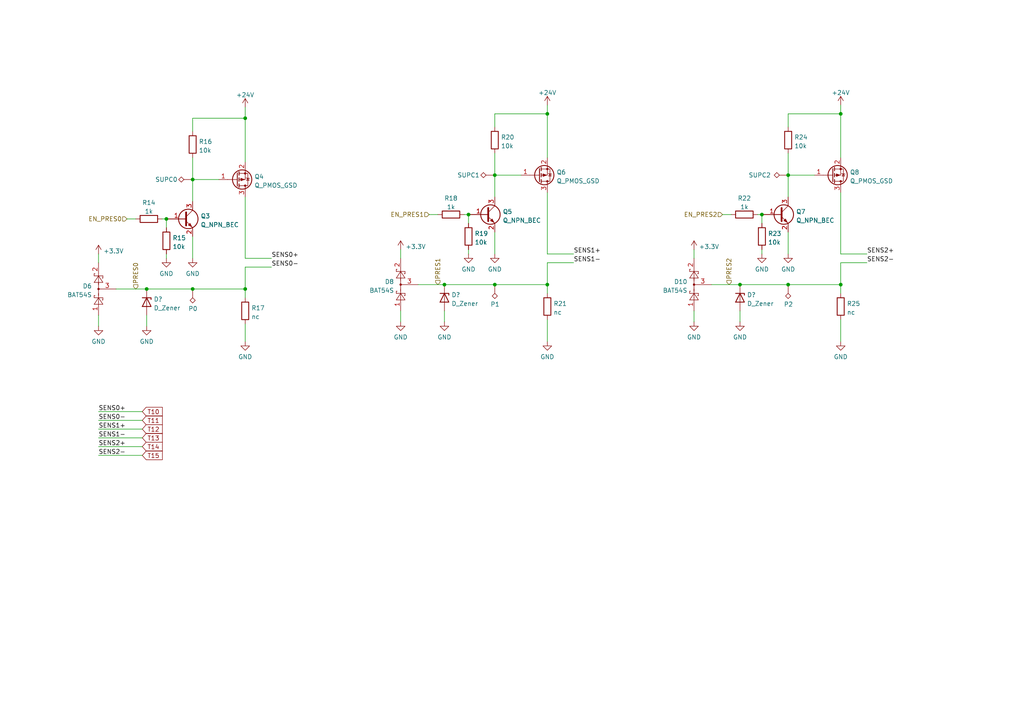
<source format=kicad_sch>
(kicad_sch (version 20211123) (generator eeschema)
  (paper "A4")
  (title_block (title "FloatPUMP Schematics") (date "2022-11-11") (rev "1.0") (company "robtor.de") (comment 1 "Controller board for up to 3 water pumps") (comment 2 "measuring capabilities with piezoresistive pressure sensors") (comment 3 "sensor input Range 4mA-20mA"))
  (lib_symbols
    (symbol "Connector:TestPoint_Alt" (pin_numbers hide) (pin_names (offset 0.762) hide)
      (property "Reference" "TP" (at 0 6.858 0))
      (property "Value" "TestPoint_Alt" (at 0 5.08 0))
      (symbol "TestPoint_Alt_0_1"
        (polyline (pts (xy 0 2.54) (xy -0.762 3.302) (xy 0 4.064) (xy 0.762 3.302) (xy 0 2.54)))
      )
      (symbol "TestPoint_Alt_1_1"
        (pin passive line (at 0 0 90) (length 2.54) (name "1") (number "1"))
      )
    )
    (symbol "Device:D_Zener" (pin_numbers hide) (pin_names (offset 1.016) hide)
      (property "Reference" "D" (at 0 2.54 0))
      (property "Value" "D_Zener" (at 0 -2.54 0))
      (symbol "D_Zener_0_1"
        (polyline (pts (xy 1.27 0) (xy -1.27 0)))
        (polyline (pts (xy -1.27 -1.27) (xy -1.27 1.27) (xy -0.762 1.27)) (stroke (width 0.254)))
        (polyline (pts (xy 1.27 -1.27) (xy 1.27 1.27) (xy -1.27 0) (xy 1.27 -1.27)) (stroke (width 0.254)))
      )
      (symbol "D_Zener_1_1"
        (pin passive line (at -3.81 0 0) (length 2.54) (name "K") (number "1"))
        (pin passive line (at 3.81 0 180) (length 2.54) (name "A") (number "2"))
      )
    )
    (symbol "Device:Q_NPN_BEC" (pin_names (offset 0) hide)
      (property "Reference" "Q" (at 5.08 1.27 0))
      (property "Value" "Q_NPN_BEC" (at 5.08 -1.27 0))
      (symbol "Q_NPN_BEC_0_1"
        (polyline (pts (xy 0.635 0.635) (xy 2.54 2.54)))
        (polyline (pts (xy 0.635 -0.635) (xy 2.54 -2.54) (xy 2.54 -2.54)))
        (polyline (pts (xy 0.635 1.905) (xy 0.635 -1.905) (xy 0.635 -1.905)) (stroke (width 0.508)))
        (polyline (pts (xy 1.27 -1.778) (xy 1.778 -1.27) (xy 2.286 -2.286) (xy 1.27 -1.778) (xy 1.27 -1.778)) (fill (type outline)))
        (circle (center 1.27 0) (radius 2.8194) (stroke (width 0.254)))
      )
      (symbol "Q_NPN_BEC_1_1"
        (pin input line (at -5.08 0 0) (length 5.715) (name "B") (number "1"))
        (pin passive line (at 2.54 -5.08 90) (length 2.54) (name "E") (number "2"))
        (pin passive line (at 2.54 5.08 270) (length 2.54) (name "C") (number "3"))
      )
    )
    (symbol "Device:Q_PMOS_GSD" (pin_names (offset 0) hide)
      (property "Reference" "Q" (at 5.08 1.27 0))
      (property "Value" "Q_PMOS_GSD" (at 5.08 -1.27 0))
      (symbol "Q_PMOS_GSD_0_1"
        (polyline (pts (xy 0.254 0) (xy -2.54 0)))
        (polyline (pts (xy 0.254 1.905) (xy 0.254 -1.905)) (stroke (width 0.254)))
        (polyline (pts (xy 0.762 -1.27) (xy 0.762 -2.286)) (stroke (width 0.254)))
        (polyline (pts (xy 0.762 0.508) (xy 0.762 -0.508)) (stroke (width 0.254)))
        (polyline (pts (xy 0.762 2.286) (xy 0.762 1.27)) (stroke (width 0.254)))
        (polyline (pts (xy 2.54 2.54) (xy 2.54 1.778)))
        (polyline (pts (xy 2.54 -2.54) (xy 2.54 0) (xy 0.762 0)))
        (polyline (pts (xy 0.762 1.778) (xy 3.302 1.778) (xy 3.302 -1.778) (xy 0.762 -1.778)))
        (polyline (pts (xy 2.286 0) (xy 1.27 0.381) (xy 1.27 -0.381) (xy 2.286 0)) (fill (type outline)))
        (polyline (pts (xy 2.794 -0.508) (xy 2.921 -0.381) (xy 3.683 -0.381) (xy 3.81 -0.254)))
        (polyline (pts (xy 3.302 -0.381) (xy 2.921 0.254) (xy 3.683 0.254) (xy 3.302 -0.381)))
        (circle (center 1.651 0) (radius 2.794) (stroke (width 0.254)))
        (circle (center 2.54 -1.778) (radius 0.254) (fill (type outline)))
        (circle (center 2.54 1.778) (radius 0.254) (fill (type outline)))
      )
      (symbol "Q_PMOS_GSD_1_1"
        (pin input line (at -5.08 0 0) (length 2.54) (name "G") (number "1"))
        (pin passive line (at 2.54 -5.08 90) (length 2.54) (name "S") (number "2"))
        (pin passive line (at 2.54 5.08 270) (length 2.54) (name "D") (number "3"))
      )
    )
    (symbol "Device:R" (pin_numbers hide) (pin_names (offset 0))
      (property "Reference" "R" (at 2.032 0 90))
      (property "Value" "R" (at 0 0 90))
      (symbol "R_0_1"
        (rectangle (start -1.016 -2.54) (end 1.016 2.54) (stroke (width 0.254)))
      )
      (symbol "R_1_1"
        (pin passive line (at 0 3.81 270) (length 1.27) (name "~") (number "1"))
        (pin passive line (at 0 -3.81 90) (length 1.27) (name "~") (number "2"))
      )
    )
    (symbol "Diode:BAT54S" (pin_names (offset 1.016))
      (property "Reference" "D" (at 0.635 -3.81 0))
      (property "Value" "BAT54S" (at -6.35 3.175 0))
      (symbol "BAT54S_0_1"
        (polyline (pts (xy -3.81 0) (xy -1.27 0)))
        (polyline (pts (xy -3.175 -1.27) (xy -3.175 -1.016)))
        (polyline (pts (xy -2.54 -1.27) (xy -3.175 -1.27)))
        (polyline (pts (xy -2.54 -1.27) (xy -2.54 1.27)))
        (polyline (pts (xy -2.54 1.27) (xy -1.905 1.27)))
        (polyline (pts (xy -1.905 0) (xy 1.905 0)))
        (polyline (pts (xy -1.905 1.27) (xy -1.905 1.016)))
        (polyline (pts (xy 1.27 0) (xy 3.81 0)))
        (polyline (pts (xy 3.175 -1.27) (xy 3.175 -1.016)))
        (polyline (pts (xy 3.81 -1.27) (xy 3.175 -1.27)))
        (polyline (pts (xy 3.81 -1.27) (xy 3.81 1.27)))
        (polyline (pts (xy 3.81 1.27) (xy 4.445 1.27)))
        (polyline (pts (xy 4.445 1.27) (xy 4.445 1.016)))
        (polyline (pts (xy -4.445 1.27) (xy -4.445 -1.27) (xy -2.54 0) (xy -4.445 1.27)))
        (polyline (pts (xy 1.905 1.27) (xy 1.905 -1.27) (xy 3.81 0) (xy 1.905 1.27)))
        (circle (center 0 0) (radius 0.254) (fill (type outline)))
      )
      (symbol "BAT54S_1_1"
        (pin passive line (at -7.62 0 0) (length 3.81) (name "~") (number "1"))
        (pin passive line (at 7.62 0 180) (length 3.81) (name "~") (number "2"))
        (pin passive line (at 0 -5.08 90) (length 5.08) (name "~") (number "3"))
      )
    )
    (symbol "power:+24V" (power) (pin_names (offset 0))
      (property "Value" "+24V" (at 0 3.556 0))
      (symbol "+24V_0_1"
        (polyline (pts (xy -0.762 1.27) (xy 0 2.54)))
        (polyline (pts (xy 0 0) (xy 0 2.54)))
        (polyline (pts (xy 0 2.54) (xy 0.762 1.27)))
      )
      (symbol "+24V_1_1"
        (pin power_in line (at 0 0 90) (length 0) hide (name "+24V") (number "1"))
      )
    )
    (symbol "power:+3.3V" (power) (pin_names (offset 0))
      (property "Value" "+3.3V" (at 0 3.556 0))
      (symbol "+3.3V_0_1"
        (polyline (pts (xy -0.762 1.27) (xy 0 2.54)))
        (polyline (pts (xy 0 0) (xy 0 2.54)))
        (polyline (pts (xy 0 2.54) (xy 0.762 1.27)))
      )
      (symbol "+3.3V_1_1"
        (pin power_in line (at 0 0 90) (length 0) hide (name "+3.3V") (number "1"))
      )
    )
    (symbol "power:GND" (power) (pin_names (offset 0))
      (property "Value" "GND" (at 0 -3.81 0))
      (symbol "GND_0_1"
        (polyline (pts (xy 0 0) (xy 0 -1.27) (xy 1.27 -1.27) (xy 0 -2.54) (xy -1.27 -1.27) (xy 0 -1.27)))
      )
      (symbol "GND_1_1"
        (pin power_in line (at 0 0 270) (length 0) hide (name "GND") (number "1"))
      )
    )
  )
  (junction (at 143.51 50.8))
  (junction (at 214.63 82.55))
  (junction (at 158.75 33.02))
  (junction (at 243.84 33.02))
  (junction (at 243.84 82.55))
  (junction (at 55.88 52.07))
  (junction (at 42.545 83.82))
  (junction (at 158.75 82.55))
  (junction (at 228.6 82.55))
  (junction (at 228.6 50.8))
  (junction (at 220.98 62.23))
  (junction (at 135.89 62.23))
  (junction (at 55.88 83.82))
  (junction (at 128.905 82.55))
  (junction (at 143.51 82.55))
  (junction (at 71.12 83.82))
  (junction (at 48.26 63.5))
  (junction (at 71.12 34.29))
  (wire (pts (xy 33.655 83.82) (xy 42.545 83.82)))
  (wire (pts (xy 219.71 62.23) (xy 220.98 62.23)))
  (wire (pts (xy 143.51 33.02) (xy 158.75 33.02)))
  (wire (pts (xy 28.575 132.08) (xy 41.275 132.08)))
  (wire (pts (xy 220.98 72.39) (xy 220.98 73.66)))
  (wire (pts (xy 228.6 44.45) (xy 228.6 50.8)))
  (wire (pts (xy 128.905 90.17) (xy 128.905 93.345)))
  (wire (pts (xy 134.62 62.23) (xy 135.89 62.23)))
  (wire (pts (xy 42.545 83.82) (xy 55.88 83.82)))
  (wire (pts (xy 158.75 82.55) (xy 158.75 85.09)))
  (wire (pts (xy 28.575 119.38) (xy 41.275 119.38)))
  (wire (pts (xy 243.84 82.55) (xy 243.84 85.09)))
  (wire (pts (xy 28.575 124.46) (xy 41.275 124.46)))
  (wire (pts (xy 28.575 127) (xy 41.275 127)))
  (wire (pts (xy 55.88 45.72) (xy 55.88 52.07)))
  (wire (pts (xy 166.37 76.2) (xy 158.75 76.2)))
  (wire (pts (xy 28.575 129.54) (xy 41.275 129.54)))
  (wire (pts (xy 228.6 67.31) (xy 228.6 73.66)))
  (wire (pts (xy 158.75 76.2) (xy 158.75 82.55)))
  (wire (pts (xy 243.84 92.71) (xy 243.84 99.06)))
  (wire (pts (xy 71.12 57.15) (xy 71.12 74.93)))
  (wire (pts (xy 124.46 62.23) (xy 127 62.23)))
  (wire (pts (xy 48.26 63.5) (xy 48.26 66.04)))
  (wire (pts (xy 158.75 92.71) (xy 158.75 99.06)))
  (wire (pts (xy 158.75 55.88) (xy 158.75 73.66)))
  (wire (pts (xy 201.295 72.39) (xy 201.295 74.93)))
  (wire (pts (xy 228.6 36.83) (xy 228.6 33.02)))
  (wire (pts (xy 158.75 30.48) (xy 158.75 33.02)))
  (wire (pts (xy 228.6 50.8) (xy 236.22 50.8)))
  (wire (pts (xy 128.905 82.55) (xy 143.51 82.55)))
  (wire (pts (xy 201.295 90.17) (xy 201.295 93.345)))
  (wire (pts (xy 28.575 73.66) (xy 28.575 76.2)))
  (wire (pts (xy 143.51 36.83) (xy 143.51 33.02)))
  (wire (pts (xy 220.98 62.23) (xy 220.98 64.77)))
  (wire (pts (xy 78.74 77.47) (xy 71.12 77.47)))
  (wire (pts (xy 135.89 72.39) (xy 135.89 73.66)))
  (wire (pts (xy 78.74 74.93) (xy 71.12 74.93)))
  (wire (pts (xy 55.88 38.1) (xy 55.88 34.29)))
  (wire (pts (xy 228.6 82.55) (xy 243.84 82.55)))
  (wire (pts (xy 55.88 52.07) (xy 63.5 52.07)))
  (wire (pts (xy 36.83 63.5) (xy 39.37 63.5)))
  (wire (pts (xy 251.46 73.66) (xy 243.84 73.66)))
  (wire (pts (xy 28.575 91.44) (xy 28.575 94.615)))
  (wire (pts (xy 214.63 82.55) (xy 228.6 82.55)))
  (wire (pts (xy 206.375 82.55) (xy 214.63 82.55)))
  (wire (pts (xy 55.88 68.58) (xy 55.88 74.93)))
  (wire (pts (xy 143.51 50.8) (xy 143.51 57.15)))
  (wire (pts (xy 55.88 34.29) (xy 71.12 34.29)))
  (wire (pts (xy 143.51 44.45) (xy 143.51 50.8)))
  (wire (pts (xy 121.285 82.55) (xy 128.905 82.55)))
  (wire (pts (xy 251.46 76.2) (xy 243.84 76.2)))
  (wire (pts (xy 209.55 62.23) (xy 212.09 62.23)))
  (wire (pts (xy 71.12 34.29) (xy 71.12 46.99)))
  (wire (pts (xy 135.89 64.77) (xy 135.89 62.23)))
  (wire (pts (xy 228.6 50.8) (xy 228.6 57.15)))
  (wire (pts (xy 143.51 67.31) (xy 143.51 73.66)))
  (wire (pts (xy 55.88 52.07) (xy 55.88 58.42)))
  (wire (pts (xy 42.545 91.44) (xy 42.545 94.615)))
  (wire (pts (xy 158.75 33.02) (xy 158.75 45.72)))
  (wire (pts (xy 243.84 33.02) (xy 243.84 45.72)))
  (wire (pts (xy 48.26 73.66) (xy 48.26 74.93)))
  (wire (pts (xy 143.51 82.55) (xy 158.75 82.55)))
  (wire (pts (xy 166.37 73.66) (xy 158.75 73.66)))
  (wire (pts (xy 71.12 93.98) (xy 71.12 99.06)))
  (wire (pts (xy 116.205 72.39) (xy 116.205 74.93)))
  (wire (pts (xy 143.51 50.8) (xy 151.13 50.8)))
  (wire (pts (xy 243.84 76.2) (xy 243.84 82.55)))
  (wire (pts (xy 228.6 33.02) (xy 243.84 33.02)))
  (wire (pts (xy 71.12 83.82) (xy 71.12 86.36)))
  (wire (pts (xy 71.12 31.115) (xy 71.12 34.29)))
  (wire (pts (xy 28.575 121.92) (xy 41.275 121.92)))
  (wire (pts (xy 71.12 77.47) (xy 71.12 83.82)))
  (wire (pts (xy 55.88 83.82) (xy 71.12 83.82)))
  (wire (pts (xy 243.84 30.48) (xy 243.84 33.02)))
  (wire (pts (xy 243.84 55.88) (xy 243.84 73.66)))
  (wire (pts (xy 46.99 63.5) (xy 48.26 63.5)))
  (wire (pts (xy 116.205 90.17) (xy 116.205 93.345)))
  (wire (pts (xy 214.63 90.17) (xy 214.63 93.345)))
  (label "SENS0+" (at 78.74 74.93 0))
  (label "SENS1-" (at 166.37 76.2 0))
  (label "SENS0-" (at 78.74 77.47 0))
  (label "SENS1+" (at 166.37 73.66 0))
  (label "SENS1-" (at 28.575 127 0))
  (label "SENS1+" (at 28.575 124.46 0))
  (label "SENS2+" (at 251.46 73.66 0))
  (label "SENS2-" (at 251.46 76.2 0))
  (label "SENS0-" (at 28.575 121.92 0))
  (label "SENS2-" (at 28.575 132.08 0))
  (label "SENS2+" (at 28.575 129.54 0))
  (label "SENS0+" (at 28.575 119.38 0))
  (global_label "T13" (shape input) (at 41.275 127 0) (property "Referenzen zwischen Schaltplänen" "${INTERSHEET_REFS}" (effects hide)))
  (global_label "T14" (shape input) (at 41.275 129.54 0) (property "Referenzen zwischen Schaltplänen" "${INTERSHEET_REFS}" (effects hide)))
  (global_label "T11" (shape input) (at 41.275 121.92 0) (property "Referenzen zwischen Schaltplänen" "${INTERSHEET_REFS}" (effects hide)))
  (global_label "T15" (shape input) (at 41.275 132.08 0) (property "Referenzen zwischen Schaltplänen" "${INTERSHEET_REFS}" (effects hide)))
  (global_label "T10" (shape input) (at 41.275 119.38 0) (property "Referenzen zwischen Schaltplänen" "${INTERSHEET_REFS}" (effects hide)))
  (global_label "T12" (shape input) (at 41.275 124.46 0) (property "Referenzen zwischen Schaltplänen" "${INTERSHEET_REFS}" (effects hide)))
  (hierarchical_label "EN_PRES1" (shape input) (at 124.46 62.23 180))
  (hierarchical_label "PRES2" (shape input) (at 211.455 82.55 90))
  (hierarchical_label "PRES0" (shape input) (at 39.37 83.82 90))
  (hierarchical_label "EN_PRES2" (shape input) (at 209.55 62.23 180))
  (hierarchical_label "EN_PRES0" (shape input) (at 36.83 63.5 180))
  (hierarchical_label "PRES1" (shape input) (at 127 82.55 90))
  (symbol (lib_id "power:GND") (at 214.63 93.345 0) (unit 1)
    (property "Reference" "#PWR058" (effects hide))
    (property "Value" "GND" (at 214.63 97.7884 0))
  )
  (symbol (lib_id "Diode:BAT54S") (at 28.575 83.82 90) (unit 1)
    (property "Reference" "D6" (at 26.67 82.9853 90) (effects (justify left)))
    (property "Value" "BAT54S" (at 26.67 85.5222 90) (effects (justify left)))
    (property "Footprint" "Package_TO_SOT_SMD:SOT-23" (effects hide))
    (property "Datasheet" "https://www.diodes.com/assets/Datasheets/ds11005.pdf" (effects hide))
    (property "JLCPCB" "Extended" (effects hide))
    (property "LCSC" "C2762214" (effects hide))
  )
  (symbol (lib_id "power:+3.3V") (at 116.205 72.39 0) (unit 1)
    (property "Reference" "#PWR049" (effects hide))
    (property "Value" "+3.3V" (at 117.602 71.5538 0) (effects (justify left)))
  )
  (symbol (lib_id "Device:Q_PMOS_GSD") (at 241.3 50.8 0) (mirror x) (unit 1)
    (property "Reference" "Q8" (at 246.507 49.9653 0) (effects (justify left)))
    (property "Value" "Q_PMOS_GSD" (at 246.507 52.5022 0) (effects (justify left)))
    (property "Footprint" "Package_TO_SOT_SMD:SOT-23" (effects hide))
    (property "LCSC" "C15127" (effects hide))
    (property "JLCPCB" "Basic" (effects hide))
  )
  (symbol (lib_id "power:GND") (at 228.6 73.66 0) (unit 1)
    (property "Reference" "#PWR060" (effects hide))
    (property "Value" "GND" (at 228.6 78.1034 0))
  )
  (symbol (lib_id "power:+24V") (at 158.75 30.48 0) (unit 1)
    (property "Reference" "#PWR054" (effects hide))
    (property "Value" "+24V" (at 158.75 26.9042 0))
  )
  (symbol (lib_id "Device:Q_PMOS_GSD") (at 156.21 50.8 0) (mirror x) (unit 1)
    (property "Reference" "Q6" (at 161.417 49.9653 0) (effects (justify left)))
    (property "Value" "Q_PMOS_GSD" (at 161.417 52.5022 0) (effects (justify left)))
    (property "Footprint" "Package_TO_SOT_SMD:SOT-23" (effects hide))
    (property "LCSC" "C15127" (effects hide))
    (property "JLCPCB" "Basic" (effects hide))
  )
  (symbol (lib_id "power:GND") (at 116.205 93.345 0) (unit 1)
    (property "Reference" "#PWR050" (effects hide))
    (property "Value" "GND" (at 116.205 97.7884 0))
  )
  (symbol (lib_id "Device:Q_PMOS_GSD") (at 68.58 52.07 0) (mirror x) (unit 1)
    (property "Reference" "Q4" (at 73.787 51.2353 0) (effects (justify left)))
    (property "Value" "Q_PMOS_GSD" (at 73.787 53.7722 0) (effects (justify left)))
    (property "Footprint" "Package_TO_SOT_SMD:SOT-23" (effects hide))
    (property "Datasheet" "https://datasheet.lcsc.com/lcsc/1811031711_LRC-LBSS84LT1G_C8492.pdf" (effects hide))
    (property "LCSC" "C15127" (effects hide))
    (property "JLCPCB" "Basic" (effects hide))
  )
  (symbol (lib_id "power:+3.3V") (at 28.575 73.66 0) (unit 1)
    (property "Reference" "#PWR042" (effects hide))
    (property "Value" "+3.3V" (at 29.972 72.8238 0) (effects (justify left)))
  )
  (symbol (lib_id "power:GND") (at 158.75 99.06 0) (unit 1)
    (property "Reference" "#PWR055" (effects hide))
    (property "Value" "GND" (at 158.75 103.5034 0))
  )
  (symbol (lib_id "Connector:TestPoint_Alt") (at 55.88 83.82 180) (unit 1)
    (property "Reference" "TP11" (effects hide))
    (property "Value" "P0" (at 54.61 89.535 0) (effects (justify right)))
    (property "Footprint" "TestPoint:TestPoint_Pad_D1.0mm" (effects hide))
  )
  (symbol (lib_id "Connector:TestPoint_Alt") (at 228.6 82.55 180) (unit 1)
    (property "Reference" "TP15" (effects hide))
    (property "Value" "P2" (at 227.33 88.265 0) (effects (justify right)))
    (property "Footprint" "TestPoint:TestPoint_Pad_D1.0mm" (effects hide))
  )
  (symbol (lib_id "Device:R") (at 215.9 62.23 90) (unit 1)
    (property "Reference" "R22" (at 215.9 57.5142 90))
    (property "Value" "1k" (at 215.9 60.0511 90))
    (property "Footprint" "Resistor_SMD:R_0603_1608Metric" (effects hide))
    (property "JLCPCB" "Basic" (effects hide))
    (property "LCSC" "C21190" (effects hide))
  )
  (symbol (lib_id "power:+3.3V") (at 201.295 72.39 0) (unit 1)
    (property "Reference" "#PWR056" (effects hide))
    (property "Value" "+3.3V" (at 202.692 71.5538 0) (effects (justify left)))
  )
  (symbol (lib_id "Device:R") (at 55.88 41.91 0) (unit 1)
    (property "Reference" "R16" (at 57.658 41.0753 0) (effects (justify left)))
    (property "Value" "10k" (at 57.658 43.6122 0) (effects (justify left)))
    (property "Footprint" "Resistor_SMD:R_0603_1608Metric" (effects hide))
    (property "JLCPCB" "Basic" (effects hide))
    (property "LCSC" "C25804" (effects hide))
  )
  (symbol (lib_id "power:GND") (at 243.84 99.06 0) (unit 1)
    (property "Reference" "#PWR062" (effects hide))
    (property "Value" "GND" (at 243.84 103.5034 0))
  )
  (symbol (lib_id "Connector:TestPoint_Alt") (at 143.51 50.8 90) (unit 1)
    (property "Reference" "TP12" (effects hide))
    (property "Value" "SUPC1" (at 135.89 50.8 90))
    (property "Footprint" "TestPoint:TestPoint_Pad_D1.0mm" (effects hide))
  )
  (symbol (lib_id "Device:D_Zener") (at 214.63 86.36 270) (unit 1)
    (property "Reference" "D?" (at 216.662 85.5253 90) (effects (justify left)))
    (property "Value" "D_Zener" (at 216.662 88.0622 90) (effects (justify left)))
    (property "Footprint" "Diode_SMD:D_MiniMELF" (effects hide))
    (property "JLCPCB" "Basic" (effects hide))
    (property "LCSC" "C8056" (effects hide))
  )
  (symbol (lib_id "power:GND") (at 48.26 74.93 0) (unit 1)
    (property "Reference" "#PWR045" (effects hide))
    (property "Value" "GND" (at 48.26 79.3734 0))
  )
  (symbol (lib_id "Device:Q_NPN_BEC") (at 140.97 62.23 0) (unit 1)
    (property "Reference" "Q5" (at 145.8214 61.3953 0) (effects (justify left)))
    (property "Value" "Q_NPN_BEC" (at 145.8214 63.9322 0) (effects (justify left)))
    (property "Footprint" "Package_TO_SOT_SMD:SOT-23" (effects hide))
    (property "Datasheet" "https://datasheet.lcsc.com/lcsc/1912111437_Diodes-Incorporated-FMMT491TA_C141788.pdf" (effects hide))
    (property "JLCPCB" "Basic" (effects hide))
    (property "LCSC" "C20526" (effects hide))
  )
  (symbol (lib_id "power:GND") (at 135.89 73.66 0) (unit 1)
    (property "Reference" "#PWR052" (effects hide))
    (property "Value" "GND" (at 135.89 78.1034 0))
  )
  (symbol (lib_id "Device:Q_NPN_BEC") (at 53.34 63.5 0) (unit 1)
    (property "Reference" "Q3" (at 58.1914 62.6653 0) (effects (justify left)))
    (property "Value" "Q_NPN_BEC" (at 58.1914 65.2022 0) (effects (justify left)))
    (property "Footprint" "Package_TO_SOT_SMD:SOT-23" (effects hide))
    (property "Datasheet" "https://datasheet.lcsc.com/lcsc/1912111437_Diodes-Incorporated-FMMT491TA_C141788.pdf" (effects hide))
    (property "JLCPCB" "Basic" (effects hide))
    (property "LCSC" "C20526" (effects hide))
  )
  (symbol (lib_id "power:GND") (at 201.295 93.345 0) (unit 1)
    (property "Reference" "#PWR057" (effects hide))
    (property "Value" "GND" (at 201.295 97.7884 0))
  )
  (symbol (lib_id "Connector:TestPoint_Alt") (at 143.51 82.55 180) (unit 1)
    (property "Reference" "TP13" (effects hide))
    (property "Value" "P1" (at 142.24 88.265 0) (effects (justify right)))
    (property "Footprint" "TestPoint:TestPoint_Pad_D1.0mm" (effects hide))
  )
  (symbol (lib_id "power:+24V") (at 71.12 31.115 0) (unit 1)
    (property "Reference" "#PWR047" (effects hide))
    (property "Value" "+24V" (at 71.12 27.5392 0))
  )
  (symbol (lib_id "Connector:TestPoint_Alt") (at 55.88 52.07 90) (unit 1)
    (property "Reference" "TP10" (effects hide))
    (property "Value" "SUPC0" (at 48.26 52.07 90))
    (property "Footprint" "TestPoint:TestPoint_Pad_D1.0mm" (effects hide))
  )
  (symbol (lib_id "power:GND") (at 71.12 99.06 0) (unit 1)
    (property "Reference" "#PWR048" (effects hide))
    (property "Value" "GND" (at 71.12 103.5034 0))
  )
  (symbol (lib_id "power:+24V") (at 243.84 30.48 0) (unit 1)
    (property "Reference" "#PWR061" (effects hide))
    (property "Value" "+24V" (at 243.84 26.9042 0))
  )
  (symbol (lib_id "power:GND") (at 143.51 73.66 0) (unit 1)
    (property "Reference" "#PWR053" (effects hide))
    (property "Value" "GND" (at 143.51 78.1034 0))
  )
  (symbol (lib_id "Device:R") (at 220.98 68.58 0) (unit 1)
    (property "Reference" "R23" (at 222.758 67.7453 0) (effects (justify left)))
    (property "Value" "10k" (at 222.758 70.2822 0) (effects (justify left)))
    (property "Footprint" "Resistor_SMD:R_0603_1608Metric" (effects hide))
    (property "JLCPCB" "Basic" (effects hide))
    (property "LCSC" "C25804" (effects hide))
  )
  (symbol (lib_id "Device:R") (at 135.89 68.58 0) (unit 1)
    (property "Reference" "R19" (at 137.668 67.7453 0) (effects (justify left)))
    (property "Value" "10k" (at 137.668 70.2822 0) (effects (justify left)))
    (property "Footprint" "Resistor_SMD:R_0603_1608Metric" (effects hide))
    (property "JLCPCB" "Basic" (effects hide))
    (property "LCSC" "C25804" (effects hide))
  )
  (symbol (lib_id "Device:R") (at 158.75 88.9 0) (unit 1)
    (property "Reference" "R21" (at 160.528 88.0653 0) (effects (justify left)))
    (property "Value" "nc" (at 160.528 90.6022 0) (effects (justify left)))
    (property "Footprint" "Resistor_THT:R_Axial_DIN0204_L3.6mm_D1.6mm_P7.62mm_Horizontal" (effects hide))
  )
  (symbol (lib_id "Device:D_Zener") (at 42.545 87.63 270) (unit 1)
    (property "Reference" "D?" (at 44.577 86.7953 90) (effects (justify left)))
    (property "Value" "D_Zener" (at 44.577 89.3322 90) (effects (justify left)))
    (property "Footprint" "Diode_SMD:D_MiniMELF" (effects hide))
    (property "JLCPCB" "Basic" (effects hide))
    (property "LCSC" "C8056" (effects hide))
  )
  (symbol (lib_id "Device:R") (at 48.26 69.85 0) (unit 1)
    (property "Reference" "R15" (at 50.038 69.0153 0) (effects (justify left)))
    (property "Value" "10k" (at 50.038 71.5522 0) (effects (justify left)))
    (property "Footprint" "Resistor_SMD:R_0603_1608Metric" (effects hide))
    (property "JLCPCB" "Basic" (effects hide))
    (property "LCSC" "C25804" (effects hide))
  )
  (symbol (lib_id "Device:R") (at 243.84 88.9 0) (unit 1)
    (property "Reference" "R25" (at 245.618 88.0653 0) (effects (justify left)))
    (property "Value" "nc" (at 245.618 90.6022 0) (effects (justify left)))
    (property "Footprint" "Resistor_THT:R_Axial_DIN0204_L3.6mm_D1.6mm_P7.62mm_Horizontal" (effects hide))
  )
  (symbol (lib_id "Device:Q_NPN_BEC") (at 226.06 62.23 0) (unit 1)
    (property "Reference" "Q7" (at 230.9114 61.3953 0) (effects (justify left)))
    (property "Value" "Q_NPN_BEC" (at 230.9114 63.9322 0) (effects (justify left)))
    (property "Footprint" "Package_TO_SOT_SMD:SOT-23" (effects hide))
    (property "Datasheet" "https://datasheet.lcsc.com/lcsc/1912111437_Diodes-Incorporated-FMMT491TA_C141788.pdf" (effects hide))
    (property "JLCPCB" "Basic" (effects hide))
    (property "LCSC" "C20526" (effects hide))
  )
  (symbol (lib_id "power:GND") (at 28.575 94.615 0) (unit 1)
    (property "Reference" "#PWR043" (effects hide))
    (property "Value" "GND" (at 28.575 99.0584 0))
  )
  (symbol (lib_id "Device:R") (at 71.12 90.17 0) (unit 1)
    (property "Reference" "R17" (at 72.898 89.3353 0) (effects (justify left)))
    (property "Value" "nc" (at 72.898 91.8722 0) (effects (justify left)))
    (property "Footprint" "Resistor_THT:R_Axial_DIN0204_L3.6mm_D1.6mm_P7.62mm_Horizontal" (effects hide))
  )
  (symbol (lib_id "Diode:BAT54S") (at 201.295 82.55 90) (unit 1)
    (property "Reference" "D10" (at 199.39 81.7153 90) (effects (justify left)))
    (property "Value" "BAT54S" (at 199.39 84.2522 90) (effects (justify left)))
    (property "Footprint" "Package_TO_SOT_SMD:SOT-23" (effects hide))
    (property "Datasheet" "https://www.diodes.com/assets/Datasheets/ds11005.pdf" (effects hide))
    (property "JLCPCB" "Extended" (effects hide))
    (property "LCSC" "C2762214" (effects hide))
  )
  (symbol (lib_id "Device:R") (at 130.81 62.23 90) (unit 1)
    (property "Reference" "R18" (at 130.81 57.5142 90))
    (property "Value" "1k" (at 130.81 60.0511 90))
    (property "Footprint" "Resistor_SMD:R_0603_1608Metric" (effects hide))
    (property "JLCPCB" "Basic" (effects hide))
    (property "LCSC" "C21190" (effects hide))
  )
  (symbol (lib_id "power:GND") (at 220.98 73.66 0) (unit 1)
    (property "Reference" "#PWR059" (effects hide))
    (property "Value" "GND" (at 220.98 78.1034 0))
  )
  (symbol (lib_id "power:GND") (at 42.545 94.615 0) (unit 1)
    (property "Reference" "#PWR044" (effects hide))
    (property "Value" "GND" (at 42.545 99.0584 0))
  )
  (symbol (lib_id "Connector:TestPoint_Alt") (at 228.6 50.8 90) (unit 1)
    (property "Reference" "TP14" (effects hide))
    (property "Value" "SUPC2" (at 220.345 50.8 90))
    (property "Footprint" "TestPoint:TestPoint_Pad_D1.0mm" (effects hide))
  )
  (symbol (lib_id "Diode:BAT54S") (at 116.205 82.55 90) (unit 1)
    (property "Reference" "D8" (at 114.3 81.7153 90) (effects (justify left)))
    (property "Value" "BAT54S" (at 114.3 84.2522 90) (effects (justify left)))
    (property "Footprint" "Package_TO_SOT_SMD:SOT-23" (effects hide))
    (property "Datasheet" "https://www.diodes.com/assets/Datasheets/ds11005.pdf" (effects hide))
    (property "JLCPCB" "Extended" (effects hide))
    (property "LCSC" "C2762214" (effects hide))
  )
  (symbol (lib_id "Device:R") (at 228.6 40.64 0) (unit 1)
    (property "Reference" "R24" (at 230.378 39.8053 0) (effects (justify left)))
    (property "Value" "10k" (at 230.378 42.3422 0) (effects (justify left)))
    (property "Footprint" "Resistor_SMD:R_0603_1608Metric" (effects hide))
    (property "JLCPCB" "Basic" (effects hide))
    (property "LCSC" "C25804" (effects hide))
  )
  (symbol (lib_id "power:GND") (at 55.88 74.93 0) (unit 1)
    (property "Reference" "#PWR046" (effects hide))
    (property "Value" "GND" (at 55.88 79.3734 0))
  )
  (symbol (lib_id "power:GND") (at 128.905 93.345 0) (unit 1)
    (property "Reference" "#PWR051" (effects hide))
    (property "Value" "GND" (at 128.905 97.7884 0))
  )
  (symbol (lib_id "Device:D_Zener") (at 128.905 86.36 270) (unit 1)
    (property "Reference" "D?" (at 130.937 85.5253 90) (effects (justify left)))
    (property "Value" "D_Zener" (at 130.937 88.0622 90) (effects (justify left)))
    (property "Footprint" "Diode_SMD:D_MiniMELF" (effects hide))
    (property "JLCPCB" "Basic" (effects hide))
    (property "LCSC" "C8056" (effects hide))
  )
  (symbol (lib_id "Device:R") (at 43.18 63.5 90) (unit 1)
    (property "Reference" "R14" (at 43.18 58.7842 90))
    (property "Value" "1k" (at 43.18 61.3211 90))
    (property "Footprint" "Resistor_SMD:R_0603_1608Metric" (effects hide))
    (property "JLCPCB" "Basic" (effects hide))
    (property "LCSC" "C21190" (effects hide))
  )
  (symbol (lib_id "Device:R") (at 143.51 40.64 0) (unit 1)
    (property "Reference" "R20" (at 145.288 39.8053 0) (effects (justify left)))
    (property "Value" "10k" (at 145.288 42.3422 0) (effects (justify left)))
    (property "Footprint" "Resistor_SMD:R_0603_1608Metric" (effects hide))
    (property "JLCPCB" "Basic" (effects hide))
    (property "LCSC" "C25804" (effects hide))
  )
)
</source>
